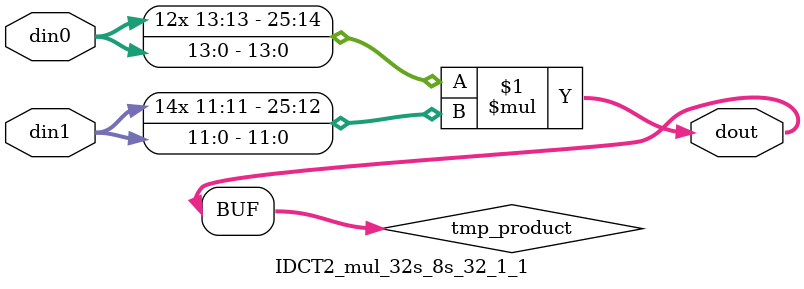
<source format=v>

`timescale 1 ns / 1 ps

 module IDCT2_mul_32s_8s_32_1_1(din0, din1, dout);
parameter ID = 1;
parameter NUM_STAGE = 0;
parameter din0_WIDTH = 14;
parameter din1_WIDTH = 12;
parameter dout_WIDTH = 26;

input [din0_WIDTH - 1 : 0] din0; 
input [din1_WIDTH - 1 : 0] din1; 
output [dout_WIDTH - 1 : 0] dout;

wire signed [dout_WIDTH - 1 : 0] tmp_product;



























assign tmp_product = $signed(din0) * $signed(din1);








assign dout = tmp_product;





















endmodule

</source>
